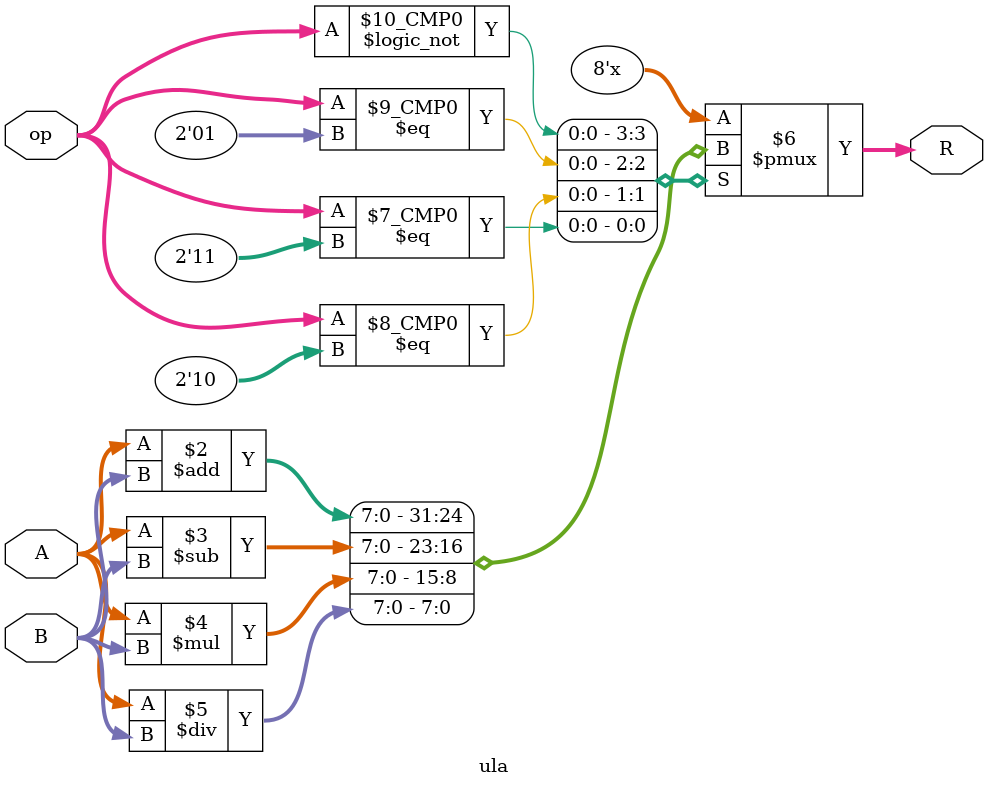
<source format=v>
module ula(
    input  [7:0] A,       // Operando A
    input  [7:0] B,       // Operando 
    input  [1:0] op,      // Código da operação
    output reg [7:0] R   // Resultado
);

always @(*) begin
    case (op)
        2'b00: R = A + B;   // Soma
        2'b01: R = A - B;   // Subtração
        2'b10: R = A * B;   // Multiplicação simples
        2'b11: R = A / B;   // Divisão simples
        default: R = 8'd0;
    endcase
end

endmodule

</source>
